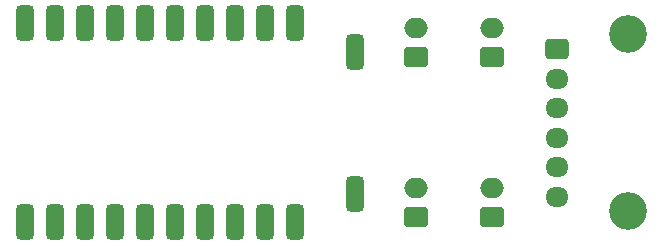
<source format=gbr>
%TF.GenerationSoftware,KiCad,Pcbnew,5.99.0-unknown-7ef9082c86~117~ubuntu18.04.1*%
%TF.CreationDate,2021-03-11T22:58:14+01:00*%
%TF.ProjectId,TSDZ2_nrf_module_board,5453445a-325f-46e7-9266-5f6d6f64756c,rev?*%
%TF.SameCoordinates,Original*%
%TF.FileFunction,Soldermask,Top*%
%TF.FilePolarity,Negative*%
%FSLAX46Y46*%
G04 Gerber Fmt 4.6, Leading zero omitted, Abs format (unit mm)*
G04 Created by KiCad (PCBNEW 5.99.0-unknown-7ef9082c86~117~ubuntu18.04.1) date 2021-03-11 22:58:14*
%MOMM*%
%LPD*%
G01*
G04 APERTURE LIST*
G04 Aperture macros list*
%AMRoundRect*
0 Rectangle with rounded corners*
0 $1 Rounding radius*
0 $2 $3 $4 $5 $6 $7 $8 $9 X,Y pos of 4 corners*
0 Add a 4 corners polygon primitive as box body*
4,1,4,$2,$3,$4,$5,$6,$7,$8,$9,$2,$3,0*
0 Add four circle primitives for the rounded corners*
1,1,$1+$1,$2,$3*
1,1,$1+$1,$4,$5*
1,1,$1+$1,$6,$7*
1,1,$1+$1,$8,$9*
0 Add four rect primitives between the rounded corners*
20,1,$1+$1,$2,$3,$4,$5,0*
20,1,$1+$1,$4,$5,$6,$7,0*
20,1,$1+$1,$6,$7,$8,$9,0*
20,1,$1+$1,$8,$9,$2,$3,0*%
G04 Aperture macros list end*
%ADD10C,3.200000*%
%ADD11RoundRect,0.250000X0.750000X-0.600000X0.750000X0.600000X-0.750000X0.600000X-0.750000X-0.600000X0*%
%ADD12O,2.000000X1.700000*%
%ADD13RoundRect,0.250000X-0.725000X0.600000X-0.725000X-0.600000X0.725000X-0.600000X0.725000X0.600000X0*%
%ADD14O,1.950000X1.700000*%
%ADD15RoundRect,0.377000X-0.377000X1.131000X-0.377000X-1.131000X0.377000X-1.131000X0.377000X1.131000X0*%
G04 APERTURE END LIST*
D10*
%TO.C,REF\u002A\u002A*%
X101500000Y-62500000D03*
%TD*%
%TO.C,REF\u002A\u002A*%
X101500000Y-77500000D03*
%TD*%
D11*
%TO.C,SW4*%
X83575000Y-64450000D03*
D12*
X83575000Y-61950000D03*
%TD*%
D11*
%TO.C,SW1*%
X90000000Y-78000000D03*
D12*
X90000000Y-75500000D03*
%TD*%
D13*
%TO.C,J1*%
X95550000Y-63750000D03*
D14*
X95550000Y-66250000D03*
X95550000Y-68750000D03*
X95550000Y-71250000D03*
X95550000Y-73750000D03*
X95550000Y-76250000D03*
%TD*%
D11*
%TO.C,SW2*%
X90000000Y-64450000D03*
D12*
X90000000Y-61950000D03*
%TD*%
D11*
%TO.C,SW3*%
X83600000Y-78000000D03*
D12*
X83600000Y-75500000D03*
%TD*%
D15*
%TO.C,U1*%
X60638000Y-61580000D03*
X55525000Y-78420000D03*
X52985000Y-78420000D03*
X73305000Y-78420000D03*
X70765000Y-78420000D03*
X68225000Y-78420000D03*
X65685000Y-78420000D03*
X63145000Y-78420000D03*
X60605000Y-78420000D03*
X63178000Y-61580000D03*
X65718000Y-61580000D03*
X58065000Y-78420000D03*
X53018000Y-61580000D03*
X55558000Y-61580000D03*
X58098000Y-61580000D03*
X50445000Y-78420000D03*
X50478000Y-61580000D03*
X68258000Y-61580000D03*
X70798000Y-61580000D03*
X78385000Y-63993000D03*
X78385000Y-76007000D03*
X73338000Y-61580000D03*
%TD*%
M02*

</source>
